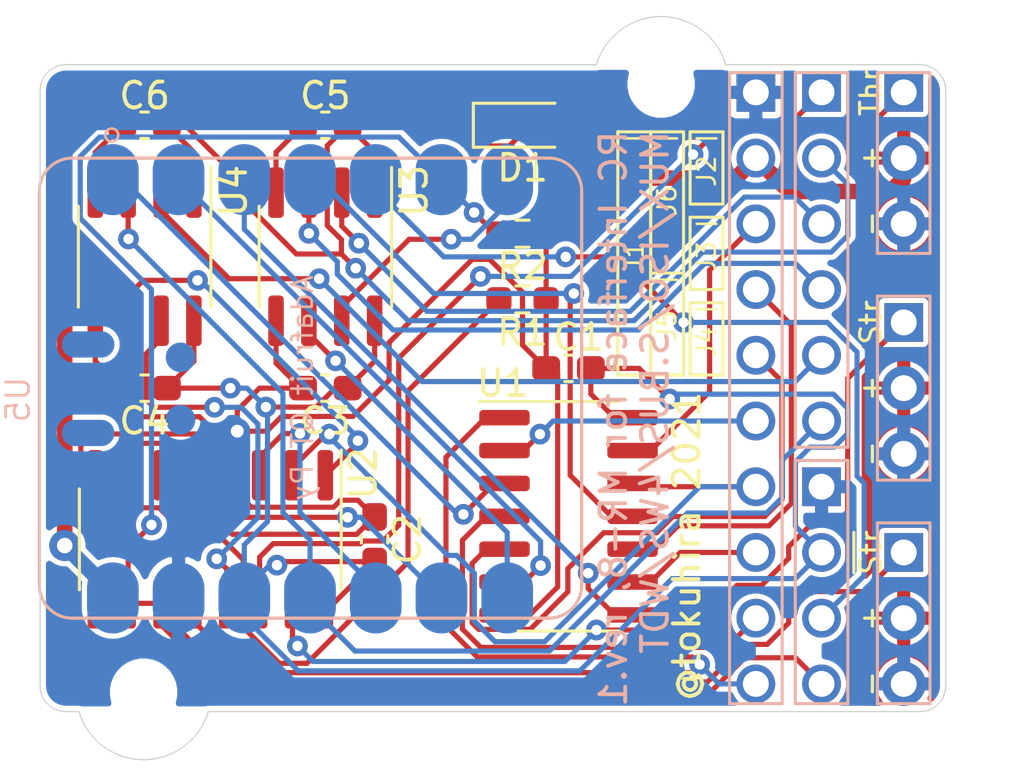
<source format=kicad_pcb>
(kicad_pcb (version 20171130) (host pcbnew "(5.1.10)-1")
  (title_block (title "RC Interface for MR-8") (date 2021-10-05) (rev 1) (company @tokuhira))
  (layers (0 F.Cu signal) (31 B.Cu signal) (34 B.Paste user) (35 F.Paste user) (36 B.SilkS user) (37 F.SilkS user) (38 B.Mask user) (39 F.Mask user) (44 Edge.Cuts user))
  (net 0 "")
  (net 1 +5V)
  (net 2 GND)
  (net 3 +3V3)
  (net 4 /PWM_STR_EXT)
  (net 5 /PWM_STR_EXT_INV)
  (net 6 /PWM_STR_INT_INV)
  (net 7 /CON_EXT)
  (net 8 /PWM_D+H)
  (net 9 /PWM_C+G)
  (net 10 /PWM_B+F)
  (net 11 /PWM_A+E)
  (net 12 +V_VEH)
  (net 13 /PWM_F)
  (net 14 /PWM_B)
  (net 15 /PWM_E)
  (net 16 /PWM_A)
  (net 17 /PWM_H)
  (net 18 /PWM_D)
  (net 19 /PWM_G)
  (net 20 /PWM_C)
  (net 21 /PWM_STR_VEH)
  (net 22 /PWM_THR_VEH)
  (net 23 /PWM_STR_VEH_INV)
  (net 24 /PWM_THR)
  (net 25 /PWM_STR)
  (net 26 /S.BUS_OUT)
  (net 27 /COM_IN)
  (net 28 GND_EXT)
  (net 29 /COM_IN_EXT)
  (net 30 /S.BUS_OUT_EXT)
  (net 31 +V_EXT)
  (net 32 /PWM_THR_EXT)
  (net 33 "Net-(U5-Pad15)")
  (net 34 "Net-(U5-Pad16)")
  (net 35 "Net-(U5-Pad17)")
  (net 36 "Net-(U5-Pad18)")
  (net 37 /CON_LOST)
  (net 38 "Net-(R1-Pad2)")
  (module mr8-iso-mux-sbus-4ws:AdafruitQTPy-MOUDLE14P-2.54-21X17.8MM (layer B.Cu) (at 124.079 80.01 270)
    (fp_text reference U5 (at 9.3345 21.7805 270) (layer B.SilkS) (effects (font (size 0.889 0.889) (thickness 0.1016)) (justify mirror)))
    (fp_text value "Adafruit QT Py" (at 8.89 10.795 270) (layer B.SilkS) (effects (font (size 0.8 0.8) (thickness 0.1)) (justify mirror)))
    (pad 14 smd oval (at 16.99768 18.11782 270) (size 2.74828 1.99898) (layers B.Cu B.Paste B.Mask) (net 1 +5V))
    (pad 13 smd oval (at 16.99768 15.57782 270) (size 2.74828 1.99898) (layers B.Cu B.Paste B.Mask) (net 2 GND))
    (pad 12 smd oval (at 16.99768 13.03782 270) (size 2.74828 1.99898) (layers B.Cu B.Paste B.Mask) (net 3 +3V3))
    (pad 11 smd oval (at 16.99768 10.49782 270) (size 2.74828 1.99898) (layers B.Cu B.Paste B.Mask) (net 4 /PWM_STR_EXT))
    (pad 10 smd oval (at 16.99768 7.95782 270) (size 2.74828 1.99898) (layers B.Cu B.Paste B.Mask) (net 5 /PWM_STR_EXT_INV))
    (pad 9 smd oval (at 16.99768 5.41782 270) (size 2.74828 1.99898) (layers B.Cu B.Paste B.Mask) (net 6 /PWM_STR_INT_INV))
    (pad 8 smd oval (at 16.99768 2.87782 270) (size 2.74828 1.99898) (layers B.Cu B.Paste B.Mask) (net 27 /COM_IN))
    (pad 7 smd oval (at 0.83312 2.87782 270) (size 2.74828 1.99898) (layers B.Cu B.Paste B.Mask) (net 26 /S.BUS_OUT))
    (pad 6 smd oval (at 0.83312 5.41782 270) (size 2.74828 1.99898) (layers B.Cu B.Paste B.Mask) (net 7 /CON_EXT))
    (pad 5 smd oval (at 0.83312 7.95782 270) (size 2.74828 1.99898) (layers B.Cu B.Paste B.Mask) (net 37 /CON_LOST))
    (pad 4 smd oval (at 0.83312 10.49782 270) (size 2.74828 1.99898) (layers B.Cu B.Paste B.Mask) (net 8 /PWM_D+H))
    (pad 3 smd oval (at 0.83312 13.03782 270) (size 2.74828 1.99898) (layers B.Cu B.Paste B.Mask) (net 9 /PWM_C+G))
    (pad 2 smd oval (at 0.83312 15.57782 270) (size 2.74828 1.99898) (layers B.Cu B.Paste B.Mask) (net 10 /PWM_B+F))
    (pad 1 smd oval (at 0.83312 18.11782 270) (size 2.74828 1.99898) (layers B.Cu B.Paste B.Mask) (net 11 /PWM_A+E))
    (pad 15 smd oval (at 10.621 19.072 180) (size 2.032 1.016) (layers B.Cu B.Paste B.Mask) (net 33 "Net-(U5-Pad15)"))
    (pad 16 smd oval (at 7.202 19.072 180) (size 2.032 1.016) (layers B.Cu B.Paste B.Mask) (net 34 "Net-(U5-Pad16)"))
    (pad 17 smd circle (at 7.698803 15.502187 180) (size 1.143 1.143) (layers B.Cu B.Paste B.Mask) (net 35 "Net-(U5-Pad17)"))
    (pad 18 smd circle (at 10.111803 15.502187 180) (size 1.143 1.143) (layers B.Cu B.Paste B.Mask) (net 36 "Net-(U5-Pad18)"))
  )
  (module Connector_PinHeader_2.54mm:PinHeader_1x03_P2.54mm_Vertical (layer B.Cu) (at 136.525 95.25 180)
    (fp_text reference J4 (at 7.62 8.128 90) (layer F.SilkS) (effects (font (size 0.7 0.7) (thickness 0.1))))
    (fp_text value Conn_01x03)
    (pad 1 thru_hole rect (at 0 0 180) (size 1.5 1.5) (drill 1) (layers *.Cu *.Mask) (net 23 /PWM_STR_VEH_INV))
    (pad 2 thru_hole oval (at 0 -2.54 180) (size 1.7 1.7) (drill 1) (layers *.Cu *.Mask) (net 12 +V_VEH))
    (pad 3 thru_hole oval (at 0 -5.08 180) (size 1.7 1.7) (drill 1) (layers *.Cu *.Mask) (net 2 GND))
  )
  (module Connector_PinHeader_2.54mm:PinHeader_1x03_P2.54mm_Vertical (layer B.Cu) (at 136.525 86.36 180)
    (fp_text reference J3 (at 7.62 2.54 90) (layer F.SilkS) (effects (font (size 0.7 0.7) (thickness 0.1))))
    (fp_text value Conn_01x03)
    (pad 3 thru_hole oval (at 0 -5.08 180) (size 1.7 1.7) (drill 1) (layers *.Cu *.Mask) (net 2 GND))
    (pad 2 thru_hole oval (at 0 -2.54 180) (size 1.7 1.7) (drill 1) (layers *.Cu *.Mask) (net 12 +V_VEH))
    (pad 1 thru_hole rect (at 0 0 180) (size 1.5 1.5) (drill 1) (layers *.Cu *.Mask) (net 21 /PWM_STR_VEH))
  )
  (module Connector_PinHeader_2.54mm:PinHeader_1x03_P2.54mm_Vertical (layer B.Cu) (at 136.525 77.47 180)
    (fp_text reference J2 (at 7.62 -3.048 90) (layer F.SilkS) (effects (font (size 0.7 0.7) (thickness 0.1))))
    (fp_text value Conn_01x03)
    (pad 3 thru_hole oval (at 0 -5.08 180) (size 1.7 1.7) (drill 1) (layers *.Cu *.Mask) (net 2 GND))
    (pad 2 thru_hole oval (at 0 -2.54 180) (size 1.7 1.7) (drill 1) (layers *.Cu *.Mask) (net 12 +V_VEH))
    (pad 1 thru_hole rect (at 0 0 180) (size 1.5 1.5) (drill 1) (layers *.Cu *.Mask) (net 22 /PWM_THR_VEH))
  )
  (module Connector_PinHeader_2.54mm:PinHeader_1x04_P2.54mm_Vertical (layer B.Cu) (at 133.35 92.71 180)
    (fp_text reference J5 (at 5.969 6.223 90) (layer F.SilkS) (effects (font (size 0.7 0.7) (thickness 0.1))))
    (fp_text value Conn_01x04)
    (pad 4 thru_hole oval (at 0 -7.62 180) (size 1.5 1.5) (drill 1) (layers *.Cu *.Mask) (net 7 /CON_EXT))
    (pad 3 thru_hole oval (at 0 -5.08 180) (size 1.5 1.5) (drill 1) (layers *.Cu *.Mask) (net 37 /CON_LOST))
    (pad 2 thru_hole oval (at 0 -2.54 180) (size 1.5 1.5) (drill 1) (layers *.Cu *.Mask) (net 3 +3V3))
    (pad 1 thru_hole rect (at 0 0 180) (size 1.5 1.5) (drill 1) (layers *.Cu *.Mask) (net 2 GND))
  )
  (module Connector_PinHeader_2.54mm:PinHeader_1x06_P2.54mm_Vertical (layer B.Cu) (at 133.35 77.47 180)
    (fp_text reference J6 (at 5.969 -4.191 90) (layer F.SilkS) (effects (font (size 0.7 0.7) (thickness 0.1))))
    (fp_text value Conn_01x06)
    (pad 6 thru_hole oval (at 0 -12.7 180) (size 1.5 1.5) (drill 1) (layers *.Cu *.Mask) (net 4 /PWM_STR_EXT))
    (pad 5 thru_hole oval (at 0 -10.16 180) (size 1.5 1.5) (drill 1) (layers *.Cu *.Mask) (net 32 /PWM_THR_EXT))
    (pad 4 thru_hole oval (at 0 -7.62 180) (size 1.5 1.5) (drill 1) (layers *.Cu *.Mask) (net 29 /COM_IN_EXT))
    (pad 3 thru_hole oval (at 0 -5.08 180) (size 1.5 1.5) (drill 1) (layers *.Cu *.Mask) (net 30 /S.BUS_OUT_EXT))
    (pad 2 thru_hole oval (at 0 -2.54 180) (size 1.5 1.5) (drill 1) (layers *.Cu *.Mask) (net 31 +V_EXT))
    (pad 1 thru_hole rect (at 0 0 180) (size 1.5 1.5) (drill 1) (layers *.Cu *.Mask) (net 28 GND_EXT))
  )
  (module Connector_PinHeader_2.54mm:PinHeader_1x10_P2.54mm_Vertical (layer B.Cu) (at 130.81 77.47 180)
    (fp_text reference J1 (at 4.699 -6.35 90) (layer F.SilkS) (effects (font (size 0.7 0.7) (thickness 0.1))))
    (fp_text value Conn_02x05_Odd_Even)
    (pad 10 thru_hole oval (at 0 -22.86 180) (size 1.5 1.5) (drill 1) (layers *.Cu *.Mask) (net 16 /PWM_A))
    (pad 9 thru_hole oval (at 0 -20.32 180) (size 1.5 1.5) (drill 1) (layers *.Cu *.Mask) (net 14 /PWM_B))
    (pad 8 thru_hole oval (at 0 -17.78 180) (size 1.5 1.5) (drill 1) (layers *.Cu *.Mask) (net 20 /PWM_C))
    (pad 7 thru_hole oval (at 0 -15.24 180) (size 1.5 1.5) (drill 1) (layers *.Cu *.Mask) (net 18 /PWM_D))
    (pad 6 thru_hole oval (at 0 -12.7 180) (size 1.5 1.5) (drill 1) (layers *.Cu *.Mask) (net 15 /PWM_E))
    (pad 5 thru_hole oval (at 0 -10.16 180) (size 1.5 1.5) (drill 1) (layers *.Cu *.Mask) (net 13 /PWM_F))
    (pad 4 thru_hole oval (at 0 -7.62 180) (size 1.5 1.5) (drill 1) (layers *.Cu *.Mask) (net 19 /PWM_G))
    (pad 3 thru_hole oval (at 0 -5.08 180) (size 1.5 1.5) (drill 1) (layers *.Cu *.Mask) (net 17 /PWM_H))
    (pad 2 thru_hole oval (at 0 -2.54 180) (size 1.5 1.5) (drill 1) (layers *.Cu *.Mask) (net 12 +V_VEH))
    (pad 1 thru_hole rect (at 0 0 180) (size 1.5 1.5) (drill 1) (layers *.Cu *.Mask) (net 2 GND))
  )
  (module Diode_SMD:D_SOD-323_HandSoldering (layer F.Cu) (at 121.793 78.74)
    (fp_text reference D1 (at 0 1.651) (layer F.SilkS))
    (fp_text value "NSR0320(1A)")
    (pad 1 smd rect (at -1.25 0) (size 1 1) (layers F.Cu F.Paste F.Mask) (net 1 +5V))
    (pad 2 smd rect (at 1.25 0) (size 1 1) (layers F.Cu F.Paste F.Mask) (net 12 +V_VEH))
  )
  (module MountingHole:MountingHole_2.2mm_M2 (layer F.Cu) (at 127.15 77.15)
    (fp_text reference H2 hide)
    (fp_text value MountingHole)
    (pad 1 np_thru_hole circle (at 0 0) (size 2.2 2.2) (drill 2.2) (layers *.Cu *.Mask))
  )
  (module MountingHole:MountingHole_2.2mm_M2 (layer F.Cu) (at 107.15 100.65 180)
    (fp_text reference H1 hide)
    (fp_text value MountingHole)
    (pad 1 np_thru_hole circle (at 0 0 180) (size 2.2 2.2) (drill 2.2) (layers *.Cu *.Mask))
  )
  (module Capacitor_SMD:C_0603_1608Metric_Pad1.08x0.95mm_HandSolder (layer F.Cu) (at 107.188 78.74 180)
    (fp_text reference C6 (at 0 1.143) (layer F.SilkS))
    (fp_text value 0.1u)
    (pad 2 smd roundrect (at 0.8625 0 180) (size 1.075 0.95) (layers F.Cu F.Paste F.Mask) (net 28 GND_EXT))
    (pad 1 smd roundrect (at -0.8625 0 180) (size 1.075 0.95) (layers F.Cu F.Paste F.Mask) (net 31 +V_EXT))
  )
  (module Capacitor_SMD:C_0603_1608Metric_Pad1.08x0.95mm_HandSolder (layer F.Cu) (at 114.173 78.74 180)
    (fp_text reference C5 (at 0 1.143) (layer F.SilkS))
    (fp_text value 0.1u)
    (pad 2 smd roundrect (at 0.8625 0 180) (size 1.075 0.95) (layers F.Cu F.Paste F.Mask) (net 28 GND_EXT))
    (pad 1 smd roundrect (at -0.8625 0 180) (size 1.075 0.95) (layers F.Cu F.Paste F.Mask) (net 31 +V_EXT))
  )
  (module Package_SO:SOIC-8_3.9x4.9mm_P1.27mm (layer F.Cu) (at 107.188 83.82 270)
    (fp_text reference U4 (at -2.54 -3.429 90) (layer F.SilkS))
    (fp_text value ADuM120N)
    (pad 8 smd roundrect (at 2.475 -1.905 270) (size 1.95 0.6) (layers F.Cu F.Paste F.Mask) (net 3 +3V3))
    (pad 7 smd roundrect (at 2.475 -0.635 270) (size 1.95 0.6) (layers F.Cu F.Paste F.Mask) (net 24 /PWM_THR))
    (pad 6 smd roundrect (at 2.475 0.635 270) (size 1.95 0.6) (layers F.Cu F.Paste F.Mask) (net 25 /PWM_STR))
    (pad 5 smd roundrect (at 2.475 1.905 270) (size 1.95 0.6) (layers F.Cu F.Paste F.Mask) (net 2 GND))
    (pad 4 smd roundrect (at -2.475 1.905 270) (size 1.95 0.6) (layers F.Cu F.Paste F.Mask) (net 28 GND_EXT))
    (pad 3 smd roundrect (at -2.475 0.635 270) (size 1.95 0.6) (layers F.Cu F.Paste F.Mask) (net 4 /PWM_STR_EXT))
    (pad 2 smd roundrect (at -2.475 -0.635 270) (size 1.95 0.6) (layers F.Cu F.Paste F.Mask) (net 32 /PWM_THR_EXT))
    (pad 1 smd roundrect (at -2.475 -1.905 270) (size 1.95 0.6) (layers F.Cu F.Paste F.Mask) (net 31 +V_EXT))
  )
  (module Package_SO:SOIC-8_3.9x4.9mm_P1.27mm (layer F.Cu) (at 114.173 83.82 270)
    (fp_text reference U3 (at -2.54 -3.429 90) (layer F.SilkS))
    (fp_text value ADuM121N)
    (pad 8 smd roundrect (at 2.475 -1.905 270) (size 1.95 0.6) (layers F.Cu F.Paste F.Mask) (net 3 +3V3))
    (pad 7 smd roundrect (at 2.475 -0.635 270) (size 1.95 0.6) (layers F.Cu F.Paste F.Mask) (net 26 /S.BUS_OUT))
    (pad 6 smd roundrect (at 2.475 0.635 270) (size 1.95 0.6) (layers F.Cu F.Paste F.Mask) (net 27 /COM_IN))
    (pad 5 smd roundrect (at 2.475 1.905 270) (size 1.95 0.6) (layers F.Cu F.Paste F.Mask) (net 2 GND))
    (pad 4 smd roundrect (at -2.475 1.905 270) (size 1.95 0.6) (layers F.Cu F.Paste F.Mask) (net 28 GND_EXT))
    (pad 3 smd roundrect (at -2.475 0.635 270) (size 1.95 0.6) (layers F.Cu F.Paste F.Mask) (net 29 /COM_IN_EXT))
    (pad 2 smd roundrect (at -2.475 -0.635 270) (size 1.95 0.6) (layers F.Cu F.Paste F.Mask) (net 30 /S.BUS_OUT_EXT))
    (pad 1 smd roundrect (at -2.475 -1.905 270) (size 1.95 0.6) (layers F.Cu F.Paste F.Mask) (net 31 +V_EXT))
  )
  (module Package_SO:SOIC-14_3.9x8.7mm_P1.27mm (layer F.Cu) (at 123.571 93.853)
    (fp_text reference U1 (at -2.54 -5.1435) (layer F.SilkS))
    (fp_text value 74HC32)
    (pad 14 smd roundrect (at 2.475 -3.81) (size 1.95 0.6) (layers F.Cu F.Paste F.Mask) (net 3 +3V3))
    (pad 13 smd roundrect (at 2.475 -2.54) (size 1.95 0.6) (layers F.Cu F.Paste F.Mask) (net 17 /PWM_H))
    (pad 12 smd roundrect (at 2.475 -1.27) (size 1.95 0.6) (layers F.Cu F.Paste F.Mask) (net 18 /PWM_D))
    (pad 11 smd roundrect (at 2.475 0) (size 1.95 0.6) (layers F.Cu F.Paste F.Mask) (net 8 /PWM_D+H))
    (pad 10 smd roundrect (at 2.475 1.27) (size 1.95 0.6) (layers F.Cu F.Paste F.Mask) (net 19 /PWM_G))
    (pad 9 smd roundrect (at 2.475 2.54) (size 1.95 0.6) (layers F.Cu F.Paste F.Mask) (net 20 /PWM_C))
    (pad 8 smd roundrect (at 2.475 3.81) (size 1.95 0.6) (layers F.Cu F.Paste F.Mask) (net 9 /PWM_C+G))
    (pad 7 smd roundrect (at -2.475 3.81) (size 1.95 0.6) (layers F.Cu F.Paste F.Mask) (net 2 GND))
    (pad 6 smd roundrect (at -2.475 2.54) (size 1.95 0.6) (layers F.Cu F.Paste F.Mask) (net 10 /PWM_B+F))
    (pad 5 smd roundrect (at -2.475 1.27) (size 1.95 0.6) (layers F.Cu F.Paste F.Mask) (net 13 /PWM_F))
    (pad 4 smd roundrect (at -2.475 0) (size 1.95 0.6) (layers F.Cu F.Paste F.Mask) (net 14 /PWM_B))
    (pad 3 smd roundrect (at -2.475 -1.27) (size 1.95 0.6) (layers F.Cu F.Paste F.Mask) (net 11 /PWM_A+E))
    (pad 2 smd roundrect (at -2.475 -2.54) (size 1.95 0.6) (layers F.Cu F.Paste F.Mask) (net 15 /PWM_E))
    (pad 1 smd roundrect (at -2.475 -3.81) (size 1.95 0.6) (layers F.Cu F.Paste F.Mask) (net 16 /PWM_A))
  )
  (module Capacitor_SMD:C_0603_1608Metric_Pad1.08x0.95mm_HandSolder (layer F.Cu) (at 107.188 88.9 180)
    (fp_text reference C4 (at 0 -1.27) (layer F.SilkS))
    (fp_text value 0.1u)
    (pad 2 smd roundrect (at 0.8625 0 180) (size 1.075 0.95) (layers F.Cu F.Paste F.Mask) (net 2 GND))
    (pad 1 smd roundrect (at -0.8625 0 180) (size 1.075 0.95) (layers F.Cu F.Paste F.Mask) (net 3 +3V3))
  )
  (module Capacitor_SMD:C_0603_1608Metric_Pad1.08x0.95mm_HandSolder (layer F.Cu) (at 114.173 88.9 180)
    (fp_text reference C3 (at 0 -1.27) (layer F.SilkS))
    (fp_text value 0.1u)
    (pad 2 smd roundrect (at 0.8625 0 180) (size 1.075 0.95) (layers F.Cu F.Paste F.Mask) (net 2 GND))
    (pad 1 smd roundrect (at -0.8625 0 180) (size 1.075 0.95) (layers F.Cu F.Paste F.Mask) (net 3 +3V3))
  )
  (module Capacitor_SMD:C_0603_1608Metric_Pad1.08x0.95mm_HandSolder (layer F.Cu) (at 116.078 94.742 90)
    (fp_text reference C2 (at 0 1.27 90) (layer F.SilkS))
    (fp_text value 0.1u)
    (pad 1 smd roundrect (at -0.8625 0 90) (size 1.075 0.95) (layers F.Cu F.Paste F.Mask) (net 3 +3V3))
    (pad 2 smd roundrect (at 0.8625 0 90) (size 1.075 0.95) (layers F.Cu F.Paste F.Mask) (net 2 GND))
  )
  (module Capacitor_SMD:C_0603_1608Metric_Pad1.08x0.95mm_HandSolder (layer F.Cu) (at 123.571 88.138 180)
    (fp_text reference C1 (at -0.381 1.2065) (layer F.SilkS))
    (fp_text value 0.1u)
    (pad 2 smd roundrect (at 0.8625 0 180) (size 1.075 0.95) (layers F.Cu F.Paste F.Mask) (net 2 GND))
    (pad 1 smd roundrect (at -0.8625 0 180) (size 1.075 0.95) (layers F.Cu F.Paste F.Mask) (net 3 +3V3))
  )
  (module Resistor_SMD:R_0603_1608Metric_Pad0.98x0.95mm_HandSolder (layer F.Cu) (at 121.793 82.931)
    (fp_text reference R2 (at 0 1.27) (layer F.SilkS))
    (fp_text value 10K)
    (pad 1 smd roundrect (at -0.9125 0) (size 0.975 0.95) (layers F.Cu F.Paste F.Mask) (net 7 /CON_EXT))
    (pad 2 smd roundrect (at 0.9125 0) (size 0.975 0.95) (layers F.Cu F.Paste F.Mask) (net 2 GND))
  )
  (module Resistor_SMD:R_0603_1608Metric_Pad0.98x0.95mm_HandSolder (layer F.Cu) (at 121.793 85.471 180)
    (fp_text reference R1 (at 0 -1.27) (layer F.SilkS))
    (fp_text value 10K)
    (pad 2 smd roundrect (at 0.9125 0 180) (size 0.975 0.95) (layers F.Cu F.Paste F.Mask) (net 38 "Net-(R1-Pad2)"))
    (pad 1 smd roundrect (at -0.9125 0 180) (size 0.975 0.95) (layers F.Cu F.Paste F.Mask) (net 2 GND))
  )
  (module Package_SO:SOIC-16_3.9x9.9mm_P1.27mm (layer F.Cu) (at 109.728 94.742 270)
    (fp_text reference U2 (at -2.54 -5.9055 90) (layer F.SilkS))
    (fp_text value 74HC4053)
    (pad 16 smd roundrect (at 2.475 -4.445 270) (size 1.95 0.6) (layers F.Cu F.Paste F.Mask) (net 3 +3V3))
    (pad 15 smd roundrect (at 2.475 -3.175 270) (size 1.95 0.6) (layers F.Cu F.Paste F.Mask) (net 21 /PWM_STR_VEH))
    (pad 14 smd roundrect (at 2.475 -1.905 270) (size 1.95 0.6) (layers F.Cu F.Paste F.Mask) (net 22 /PWM_THR_VEH))
    (pad 13 smd roundrect (at 2.475 -0.635 270) (size 1.95 0.6) (layers F.Cu F.Paste F.Mask) (net 24 /PWM_THR))
    (pad 12 smd roundrect (at 2.475 0.635 270) (size 1.95 0.6) (layers F.Cu F.Paste F.Mask) (net 16 /PWM_A))
    (pad 11 smd roundrect (at 2.475 1.905 270) (size 1.95 0.6) (layers F.Cu F.Paste F.Mask) (net 7 /CON_EXT))
    (pad 10 smd roundrect (at 2.475 3.175 270) (size 1.95 0.6) (layers F.Cu F.Paste F.Mask) (net 7 /CON_EXT))
    (pad 9 smd roundrect (at 2.475 4.445 270) (size 1.95 0.6) (layers F.Cu F.Paste F.Mask) (net 7 /CON_EXT))
    (pad 8 smd roundrect (at -2.475 4.445 270) (size 1.95 0.6) (layers F.Cu F.Paste F.Mask) (net 2 GND))
    (pad 7 smd roundrect (at -2.475 3.175 270) (size 1.95 0.6) (layers F.Cu F.Paste F.Mask) (net 2 GND))
    (pad 6 smd roundrect (at -2.475 1.905 270) (size 1.95 0.6) (layers F.Cu F.Paste F.Mask) (net 38 "Net-(R1-Pad2)"))
    (pad 5 smd roundrect (at -2.475 0.635 270) (size 1.95 0.6) (layers F.Cu F.Paste F.Mask) (net 6 /PWM_STR_INT_INV))
    (pad 4 smd roundrect (at -2.475 -0.635 270) (size 1.95 0.6) (layers F.Cu F.Paste F.Mask) (net 23 /PWM_STR_VEH_INV))
    (pad 3 smd roundrect (at -2.475 -1.905 270) (size 1.95 0.6) (layers F.Cu F.Paste F.Mask) (net 5 /PWM_STR_EXT_INV))
    (pad 2 smd roundrect (at -2.475 -3.175 270) (size 1.95 0.6) (layers F.Cu F.Paste F.Mask) (net 18 /PWM_D))
    (pad 1 smd roundrect (at -2.475 -4.445 270) (size 1.95 0.6) (layers F.Cu F.Paste F.Mask) (net 25 /PWM_STR))
  )
  (gr_line (start 128.524 85.852) (end 129.286 85.852) (layer F.SilkS) (width 0.1))
  (gr_line (start 127 84.709) (end 127.762 84.709) (layer F.SilkS) (width 0.1))
  (gr_line (start 128.524 82.55) (end 129.286 82.55) (layer F.SilkS) (width 0.1))
  (gr_line (start 128.524 79.248) (end 129.286 79.248) (layer F.SilkS) (width 0.1))
  (gr_line (start 127 79.248) (end 127.762 79.248) (layer F.SilkS) (width 0.1))
  (gr_line (start 125.73 79.248) (end 126.492 79.248) (layer F.SilkS) (width 0.1))
  (gr_text Thr (at 135.255 77.47 90) (layer F.SilkS) (effects (font (size 0.8 0.8) (thickness 0.12))))
  (gr_line (start 135.509 76.708) (end 135.509 83.693) (layer B.SilkS) (width 0.12))
  (gr_line (start 137.541 76.708) (end 135.509 76.708) (layer B.SilkS) (width 0.12))
  (gr_line (start 137.541 83.693) (end 137.541 76.708) (layer B.SilkS) (width 0.12))
  (gr_line (start 135.509 83.693) (end 137.541 83.693) (layer B.SilkS) (width 0.12))
  (gr_line (start 135.509 85.344) (end 135.509 92.456) (layer B.SilkS) (width 0.12))
  (gr_line (start 137.541 85.344) (end 135.509 85.344) (layer B.SilkS) (width 0.12))
  (gr_line (start 137.541 92.456) (end 137.541 85.344) (layer B.SilkS) (width 0.12))
  (gr_line (start 135.509 92.456) (end 137.541 92.456) (layer B.SilkS) (width 0.12))
  (gr_line (start 137.541 94.107) (end 135.509 94.107) (layer B.SilkS) (width 0.12))
  (gr_line (start 137.541 101.092) (end 137.541 94.107) (layer B.SilkS) (width 0.12))
  (gr_line (start 135.509 101.092) (end 137.541 101.092) (layer B.SilkS) (width 0.12))
  (gr_line (start 135.509 94.107) (end 135.509 101.092) (layer B.SilkS) (width 0.12))
  (gr_line (start 134.366 91.694) (end 132.334 91.694) (layer B.SilkS) (width 0.12))
  (gr_line (start 134.366 101.092) (end 134.366 91.694) (layer B.SilkS) (width 0.12))
  (gr_line (start 132.334 101.092) (end 134.366 101.092) (layer B.SilkS) (width 0.12))
  (gr_line (start 132.334 91.694) (end 132.334 101.092) (layer B.SilkS) (width 0.12))
  (gr_line (start 134.366 76.708) (end 132.334 76.708) (layer B.SilkS) (width 0.12))
  (gr_line (start 134.366 91.186) (end 134.366 76.708) (layer B.SilkS) (width 0.12))
  (gr_line (start 132.334 91.186) (end 134.366 91.186) (layer B.SilkS) (width 0.12))
  (gr_line (start 132.334 76.708) (end 132.334 91.186) (layer B.SilkS) (width 0.12))
  (gr_line (start 131.826 76.708) (end 129.794 76.708) (layer B.SilkS) (width 0.12))
  (gr_line (start 131.826 101.092) (end 131.826 76.708) (layer B.SilkS) (width 0.12))
  (gr_line (start 129.794 101.092) (end 131.826 101.092) (layer B.SilkS) (width 0.12))
  (gr_line (start 129.794 76.708) (end 129.794 101.092) (layer B.SilkS) (width 0.12))
  (gr_text ~Str (at 135.255 95.25 90) (layer F.SilkS) (effects (font (size 0.8 0.8) (thickness 0.12))))
  (gr_text Str (at 135.255 86.36 90) (layer F.SilkS) (effects (font (size 0.8 0.8) (thickness 0.12))))
  (gr_text + (at 135.255 97.79 90) (layer F.SilkS) (effects (font (size 0.8 0.8) (thickness 0.12))))
  (gr_text - (at 135.255 100.33 90) (layer F.SilkS) (effects (font (size 0.8 0.8) (thickness 0.12))))
  (gr_text - (at 135.255 91.44 90) (layer F.SilkS) (effects (font (size 0.8 0.8) (thickness 0.12))))
  (gr_text + (at 135.255 88.9 90) (layer F.SilkS) (effects (font (size 0.8 0.8) (thickness 0.12))))
  (gr_text - (at 135.255 82.55 90) (layer F.SilkS) (effects (font (size 0.8 0.8) (thickness 0.12))))
  (gr_text + (at 135.255 80.01 90) (layer F.SilkS) (effects (font (size 0.8 0.8) (thickness 0.12))))
  (gr_line (start 104.15 101.4) (end 104.650001 101.399999) (layer Edge.Cuts) (width 0.05))
  (gr_arc (start 107.15 100.65) (end 104.650001 101.399999) (angle -146.6015115) (layer Edge.Cuts) (width 0.05))
  (gr_line (start 137.15 76.4) (end 129.649999 76.400001) (layer Edge.Cuts) (width 0.05))
  (gr_arc (start 127.15 77.15) (end 129.649999 76.400001) (angle -146.6015115) (layer Edge.Cuts) (width 0.05))
  (gr_text "@tokuhira 2021" (at 128.143 101.092 90) (layer F.SilkS) (effects (font (size 1 1)) (justify left)))
  (gr_text "RC Interface for MR-8, rev.1\nMUX/ISO/S.BUS/4WS/WDT" (at 126.111 78.867 90) (layer B.SilkS) (effects (font (size 1 1)) (justify left mirror)))
  (gr_line (start 126.746 84.455) (end 128.016 84.455) (layer F.SilkS) (width 0.12))
  (gr_line (start 126.746 78.994) (end 125.476 78.994) (layer F.SilkS) (width 0.12))
  (gr_line (start 126.746 88.392) (end 126.746 78.994) (layer F.SilkS) (width 0.12))
  (gr_line (start 125.476 88.392) (end 126.746 88.392) (layer F.SilkS) (width 0.12))
  (gr_line (start 125.476 78.994) (end 125.476 88.392) (layer F.SilkS) (width 0.12))
  (gr_line (start 128.016 78.994) (end 126.746 78.994) (layer F.SilkS) (width 0.12))
  (gr_line (start 128.016 88.392) (end 128.016 78.994) (layer F.SilkS) (width 0.12))
  (gr_line (start 126.746 88.392) (end 128.016 88.392) (layer F.SilkS) (width 0.12))
  (gr_line (start 126.746 78.994) (end 126.746 88.392) (layer F.SilkS) (width 0.12))
  (gr_line (start 128.27 85.598) (end 128.27 88.392) (layer F.SilkS) (width 0.12))
  (gr_line (start 129.54 88.392) (end 129.54 85.598) (layer F.SilkS) (width 0.12))
  (gr_line (start 129.54 85.598) (end 128.27 85.598) (layer F.SilkS) (width 0.12))
  (gr_line (start 128.27 88.392) (end 129.54 88.392) (layer F.SilkS) (width 0.12))
  (gr_line (start 128.27 82.296) (end 128.27 85.09) (layer F.SilkS) (width 0.12))
  (gr_line (start 129.54 85.09) (end 129.54 82.296) (layer F.SilkS) (width 0.12))
  (gr_line (start 129.54 82.296) (end 128.27 82.296) (layer F.SilkS) (width 0.12))
  (gr_line (start 128.27 85.09) (end 129.54 85.09) (layer F.SilkS) (width 0.12))
  (gr_line (start 129.54 78.994) (end 128.27 78.994) (layer F.SilkS) (width 0.12))
  (gr_line (start 129.54 81.788) (end 129.54 78.994) (layer F.SilkS) (width 0.12))
  (gr_line (start 128.27 81.788) (end 129.54 81.788) (layer F.SilkS) (width 0.12))
  (gr_line (start 128.27 78.994) (end 128.27 81.788) (layer F.SilkS) (width 0.12))
  (gr_arc (start 104.15 100.4) (end 103.15 100.4) (angle -90) (layer Edge.Cuts) (width 0.05))
  (gr_arc (start 137.15 100.4) (end 137.15 101.4) (angle -90) (layer Edge.Cuts) (width 0.05))
  (gr_arc (start 137.15 77.4) (end 138.15 77.4) (angle -90) (layer Edge.Cuts) (width 0.05))
  (gr_arc (start 104.15 77.4) (end 104.15 76.4) (angle -90) (layer Edge.Cuts) (width 0.05))
  (gr_line (start 103.15 100.4) (end 103.15 77.4) (layer Edge.Cuts) (width 0.05))
  (gr_line (start 137.15 101.4) (end 109.649999 101.4) (layer Edge.Cuts) (width 0.05))
  (gr_line (start 138.15 77.4) (end 138.15 100.4) (layer Edge.Cuts) (width 0.05))
  (gr_line (start 104.15 76.4) (end 124.650001 76.4) (layer Edge.Cuts) (width 0.05))
  (segment (start 120.543 78.74) (end 120.543 78.448) (width 0.3) (layer F.Cu) (net 1))
  (via (at 104.101897 94.983297) (size 1.2) (drill 0.6) (layers F.Cu B.Cu) (net 1))
  (segment (start 105.96118 97.00768) (end 105.96118 96.84258) (width 0.6) (layer B.Cu) (net 1))
  (segment (start 119.15989 77.35689) (end 106.128112 77.35689) (width 0.6) (layer F.Cu) (net 1))
  (segment (start 105.96118 96.84258) (end 104.101897 94.983297) (width 0.6) (layer B.Cu) (net 1))
  (segment (start 120.543 78.74) (end 119.15989 77.35689) (width 0.6) (layer F.Cu) (net 1))
  (segment (start 106.128112 77.35689) (end 104.101897 79.383105) (width 0.6) (layer F.Cu) (net 1))
  (segment (start 104.101897 79.383105) (end 104.101897 94.983297) (width 0.6) (layer F.Cu) (net 1))
  (segment (start 122.707 85.4725) (end 122.706 85.471) (width 0.2) (layer F.Cu) (net 2))
  (segment (start 122.708 85.474) (end 122.707 85.4725) (width 0.2) (layer F.Cu) (net 2))
  (segment (start 122.707 85.4725) (end 122.7055 85.471) (width 0.2) (layer F.Cu) (net 2))
  (segment (start 122.708 87.9291) (end 122.7085 87.9296) (width 0.2) (layer F.Cu) (net 2))
  (segment (start 106.6935 89.2675) (end 106.693 89.2675) (width 0.2) (layer F.Cu) (net 2))
  (segment (start 105.283 86.295) (end 105.283 87.8575) (width 0.2) (layer F.Cu) (net 2))
  (segment (start 105.283 87.8575) (end 106.326 88.9) (width 0.2) (layer F.Cu) (net 2))
  (segment (start 106.326 88.9) (end 106.6935 89.2675) (width 0.2) (layer F.Cu) (net 2))
  (segment (start 122.706 82.8755) (end 122.7055 82.876) (width 0.2) (layer F.Cu) (net 2))
  (segment (start 122.7055 82.876) (end 122.7055 82.931) (width 0.2) (layer F.Cu) (net 2))
  (segment (start 106.553 92.267) (end 105.283 92.267) (width 0.2) (layer F.Cu) (net 2))
  (segment (start 123.1519 88.373) (end 122.708 87.9291) (width 0.2) (layer F.Cu) (net 2))
  (segment (start 123.1519 96.5821) (end 123.1519 88.373) (width 0.2) (layer F.Cu) (net 2))
  (segment (start 122.071 97.663) (end 123.1519 96.5821) (width 0.2) (layer F.Cu) (net 2))
  (segment (start 121.096 97.663) (end 122.071 97.663) (width 0.2) (layer F.Cu) (net 2))
  (segment (start 113.3105 88.9) (end 113.284 88.9) (width 0.2) (layer F.Cu) (net 2))
  (segment (start 122.7055 82.931) (end 122.7055 83.007998) (width 0.2) (layer F.Cu) (net 2))
  (segment (start 133.35 93.7768) (end 133.35 92.71) (width 0.2) (layer B.Cu) (net 2))
  (segment (start 134.360001 94.786801) (end 133.35 93.7768) (width 0.2) (layer B.Cu) (net 2))
  (segment (start 134.360001 95.734801) (end 134.360001 94.786801) (width 0.2) (layer B.Cu) (net 2))
  (segment (start 133.371602 96.7232) (end 134.360001 95.734801) (width 0.2) (layer B.Cu) (net 2))
  (segment (start 130.3782 96.7232) (end 133.371602 96.7232) (width 0.2) (layer B.Cu) (net 2))
  (segment (start 126.91709 100.18431) (end 130.3782 96.7232) (width 0.2) (layer B.Cu) (net 2))
  (segment (start 110.09031 100.18431) (end 126.91709 100.18431) (width 0.2) (layer B.Cu) (net 2))
  (segment (start 108.50118 98.59518) (end 110.09031 100.18431) (width 0.2) (layer B.Cu) (net 2))
  (segment (start 108.50118 97.00768) (end 108.50118 98.59518) (width 0.2) (layer B.Cu) (net 2))
  (segment (start 122.7055 85.471) (end 122.7055 82.931) (width 0.2) (layer F.Cu) (net 2))
  (segment (start 122.7055 88.135) (end 122.7085 88.138) (width 0.2) (layer F.Cu) (net 2))
  (segment (start 122.7055 85.471) (end 122.7055 88.135) (width 0.2) (layer F.Cu) (net 2))
  (segment (start 113.233732 88.9) (end 113.31 88.9) (width 0.2) (layer F.Cu) (net 2))
  (segment (start 112.268 87.934268) (end 113.233732 88.9) (width 0.2) (layer F.Cu) (net 2))
  (segment (start 112.268 86.295) (end 112.268 87.934268) (width 0.2) (layer F.Cu) (net 2))
  (segment (start 108.50118 97.00768) (end 108.50118 95.46082) (width 0.2) (layer B.Cu) (net 2))
  (segment (start 108.02366 94.9833) (end 108.50118 95.46082) (width 0.2) (layer B.Cu) (net 2))
  (segment (start 106.4768 94.9833) (end 108.02366 94.9833) (width 0.2) (layer B.Cu) (net 2))
  (segment (start 103.684499 92.190999) (end 106.4768 94.9833) (width 0.2) (layer B.Cu) (net 2))
  (segment (start 103.684499 80.45427) (end 103.684499 92.190999) (width 0.2) (layer B.Cu) (net 2))
  (segment (start 105.309869 78.8289) (end 103.684499 80.45427) (width 0.2) (layer B.Cu) (net 2))
  (segment (start 133.663702 78.8289) (end 105.309869 78.8289) (width 0.2) (layer B.Cu) (net 2))
  (segment (start 136.525 81.690198) (end 133.663702 78.8289) (width 0.2) (layer B.Cu) (net 2))
  (segment (start 136.525 82.55) (end 136.525 81.690198) (width 0.2) (layer B.Cu) (net 2))
  (segment (start 108.50118 95.46082) (end 110.769204 93.192796) (width 0.2) (layer B.Cu) (net 2))
  (via (at 110.769204 90.563888) (size 1) (drill 0.5) (layers F.Cu B.Cu) (net 2))
  (segment (start 110.769204 93.192796) (end 110.769204 90.563888) (width 0.2) (layer B.Cu) (net 2))
  (segment (start 111.912212 90.563888) (end 110.769204 90.563888) (width 0.2) (layer F.Cu) (net 2))
  (segment (start 112.483501 89.992599) (end 111.912212 90.563888) (width 0.2) (layer F.Cu) (net 2))
  (segment (start 122.7085 88.138) (end 122.69525 88.138) (width 0.2) (layer F.Cu) (net 2))
  (segment (start 112.655302 89.99502) (end 112.652881 89.992599) (width 0.2) (layer F.Cu) (net 2))
  (segment (start 122.69525 88.138) (end 121.793 87.23575) (width 0.2) (layer F.Cu) (net 2))
  (segment (start 113.965697 89.995021) (end 112.655302 89.99502) (width 0.2) (layer F.Cu) (net 2))
  (segment (start 121.793 87.23575) (end 121.793 85.192414) (width 0.2) (layer F.Cu) (net 2))
  (segment (start 121.793 85.192414) (end 120.522585 83.921999) (width 0.2) (layer F.Cu) (net 2))
  (segment (start 120.522585 83.921999) (end 119.850599 83.921999) (width 0.2) (layer F.Cu) (net 2))
  (segment (start 116.63801 87.134588) (end 116.63801 88.59369) (width 0.2) (layer F.Cu) (net 2))
  (segment (start 116.63801 88.59369) (end 115.239101 89.992599) (width 0.2) (layer F.Cu) (net 2))
  (segment (start 115.239101 89.992599) (end 113.968119 89.992599) (width 0.2) (layer F.Cu) (net 2))
  (segment (start 113.968119 89.992599) (end 113.965697 89.995021) (width 0.2) (layer F.Cu) (net 2))
  (segment (start 119.850599 83.921999) (end 116.63801 87.134588) (width 0.2) (layer F.Cu) (net 2))
  (segment (start 112.652881 89.992599) (end 112.483501 89.992599) (width 0.2) (layer F.Cu) (net 2))
  (segment (start 111.313166 93.50201) (end 110.92301 93.111854) (width 0.2) (layer F.Cu) (net 2))
  (segment (start 106.553 91.292) (end 106.81301 91.03199) (width 0.2) (layer F.Cu) (net 2))
  (segment (start 108.458 91.347156) (end 108.458 93.186844) (width 0.2) (layer F.Cu) (net 2))
  (segment (start 106.81301 91.03199) (end 108.142834 91.03199) (width 0.2) (layer F.Cu) (net 2))
  (segment (start 108.458 93.186844) (end 108.789545 93.518389) (width 0.2) (layer F.Cu) (net 2))
  (segment (start 108.789545 93.518389) (end 109.550413 93.518389) (width 0.2) (layer F.Cu) (net 2))
  (segment (start 109.550413 93.518389) (end 110.579113 94.547089) (width 0.2) (layer F.Cu) (net 2))
  (segment (start 114.713652 94.547089) (end 114.719002 94.552439) (width 0.2) (layer F.Cu) (net 2))
  (segment (start 115.379843 94.552439) (end 116.052782 93.8795) (width 0.2) (layer F.Cu) (net 2))
  (segment (start 116.078 93.8795) (end 115.429988 93.231488) (width 0.2) (layer F.Cu) (net 2))
  (segment (start 110.92301 93.111854) (end 110.92301 90.717694) (width 0.2) (layer F.Cu) (net 2))
  (segment (start 108.142834 91.03199) (end 108.458 91.347156) (width 0.2) (layer F.Cu) (net 2))
  (segment (start 116.052782 93.8795) (end 116.078 93.8795) (width 0.2) (layer F.Cu) (net 2))
  (segment (start 110.579113 94.547089) (end 114.713652 94.547089) (width 0.2) (layer F.Cu) (net 2))
  (segment (start 114.719002 94.552439) (end 115.379843 94.552439) (width 0.2) (layer F.Cu) (net 2))
  (segment (start 114.492834 93.50201) (end 111.313166 93.50201) (width 0.2) (layer F.Cu) (net 2))
  (segment (start 115.429988 93.231488) (end 114.763356 93.231488) (width 0.2) (layer F.Cu) (net 2))
  (segment (start 110.92301 90.717694) (end 110.769204 90.563888) (width 0.2) (layer F.Cu) (net 2))
  (segment (start 106.553 92.267) (end 106.553 91.292) (width 0.2) (layer F.Cu) (net 2))
  (segment (start 114.763356 93.231488) (end 114.492834 93.50201) (width 0.2) (layer F.Cu) (net 2))
  (segment (start 109.867888 90.563888) (end 110.769204 90.563888) (width 0.2) (layer F.Cu) (net 2))
  (segment (start 109.3089 90.0049) (end 109.867888 90.563888) (width 0.2) (layer F.Cu) (net 2))
  (segment (start 106.3255 89.375) (end 106.9554 90.0049) (width 0.2) (layer F.Cu) (net 2))
  (segment (start 106.3255 88.9) (end 106.3255 89.375) (width 0.2) (layer F.Cu) (net 2))
  (segment (start 106.9554 90.0049) (end 109.3089 90.0049) (width 0.2) (layer F.Cu) (net 2))
  (segment (start 111.628342 88.9) (end 113.3105 88.9) (width 0.2) (layer F.Cu) (net 2))
  (segment (start 110.769204 89.759138) (end 111.628342 88.9) (width 0.2) (layer F.Cu) (net 2))
  (segment (start 110.769204 90.563888) (end 110.769204 89.759138) (width 0.2) (layer F.Cu) (net 2))
  (segment (start 115.0355 88.9) (end 115.036 88.9) (width 0.2) (layer F.Cu) (net 3))
  (segment (start 109.093 86.6856) (end 109.093 87.8575) (width 0.2) (layer F.Cu) (net 3))
  (segment (start 109.093 86.295) (end 109.093 86.6856) (width 0.2) (layer F.Cu) (net 3))
  (segment (start 109.093 87.8575) (end 108.0503 88.8998) (width 0.2) (layer F.Cu) (net 3))
  (segment (start 108.0503 88.8998) (end 108.05 88.9) (width 0.2) (layer F.Cu) (net 3))
  (segment (start 108.0505 88.9) (end 108.0503 88.8998) (width 0.2) (layer F.Cu) (net 3))
  (segment (start 116.078 86.295) (end 116.078 87.8575) (width 0.2) (layer F.Cu) (net 3))
  (segment (start 116.078 87.8575) (end 115.036 88.9) (width 0.2) (layer F.Cu) (net 3))
  (segment (start 112.293249 95.7323) (end 112.301979 95.74103) (width 0.2) (layer B.Cu) (net 3))
  (via (at 112.301979 95.74103) (size 0.8) (drill 0.4) (layers F.Cu B.Cu) (net 3))
  (segment (start 125.349 90.043) (end 126.046 90.043) (width 0.2) (layer F.Cu) (net 3))
  (segment (start 124.434 89.128) (end 125.349 90.043) (width 0.2) (layer F.Cu) (net 3))
  (segment (start 124.434 88.138) (end 124.434 89.128) (width 0.2) (layer F.Cu) (net 3))
  (segment (start 124.4335 88.138) (end 124.434 88.138) (width 0.2) (layer F.Cu) (net 3))
  (segment (start 116.078 95.6045) (end 116.078 95.631) (width 0.2) (layer F.Cu) (net 3))
  (segment (start 112.01827 95.74103) (end 112.301979 95.74103) (width 0.2) (layer B.Cu) (net 3))
  (segment (start 111.04118 96.71812) (end 112.01827 95.74103) (width 0.2) (layer B.Cu) (net 3))
  (segment (start 111.04118 97.00768) (end 111.04118 96.71812) (width 0.2) (layer B.Cu) (net 3))
  (segment (start 132.339999 96.260001) (end 133.35 95.25) (width 0.2) (layer B.Cu) (net 3))
  (segment (start 127.577499 96.260001) (end 132.339999 96.260001) (width 0.2) (layer B.Cu) (net 3))
  (segment (start 124.0132 99.8243) (end 127.577499 96.260001) (width 0.2) (layer B.Cu) (net 3))
  (segment (start 113.1212 99.8243) (end 124.0132 99.8243) (width 0.2) (layer B.Cu) (net 3))
  (segment (start 111.04118 97.74428) (end 113.1212 99.8243) (width 0.2) (layer B.Cu) (net 3))
  (segment (start 111.04118 97.00768) (end 111.04118 97.74428) (width 0.2) (layer B.Cu) (net 3))
  (via (at 127.4826 89.3191) (size 0.8) (drill 0.4) (layers F.Cu B.Cu) (net 3))
  (segment (start 124.4335 88.138) (end 126.3015 88.138) (width 0.2) (layer F.Cu) (net 3))
  (segment (start 126.3015 88.138) (end 127.4826 89.3191) (width 0.2) (layer F.Cu) (net 3))
  (segment (start 133.35 95.25) (end 132.339999 94.239999) (width 0.2) (layer B.Cu) (net 3))
  (segment (start 133.807702 89.1329) (end 127.6688 89.1329) (width 0.2) (layer B.Cu) (net 3))
  (segment (start 132.339999 94.239999) (end 132.339999 91.751999) (width 0.2) (layer B.Cu) (net 3))
  (segment (start 133.834801 91.180001) (end 134.360001 90.654801) (width 0.2) (layer B.Cu) (net 3))
  (segment (start 134.360001 90.654801) (end 134.360001 89.685199) (width 0.2) (layer B.Cu) (net 3))
  (segment (start 132.339999 91.751999) (end 132.911997 91.180001) (width 0.2) (layer B.Cu) (net 3))
  (segment (start 132.911997 91.180001) (end 133.834801 91.180001) (width 0.2) (layer B.Cu) (net 3))
  (segment (start 134.360001 89.685199) (end 133.807702 89.1329) (width 0.2) (layer B.Cu) (net 3))
  (segment (start 127.6688 89.1329) (end 127.4826 89.3191) (width 0.2) (layer B.Cu) (net 3))
  (segment (start 114.492 97.217) (end 114.173 97.217) (width 0.2) (layer F.Cu) (net 3))
  (segment (start 116.078 95.631) (end 114.492 97.217) (width 0.2) (layer F.Cu) (net 3))
  (segment (start 111.93819 94.05581) (end 111.93819 89.693954) (width 0.2) (layer B.Cu) (net 3))
  (segment (start 111.04118 97.00768) (end 111.04118 94.95282) (width 0.2) (layer B.Cu) (net 3))
  (segment (start 111.93819 89.693954) (end 111.87469 89.630454) (width 0.2) (layer B.Cu) (net 3))
  (segment (start 111.04118 94.95282) (end 111.93819 94.05581) (width 0.2) (layer B.Cu) (net 3))
  (via (at 111.87469 89.630454) (size 0.8) (drill 0.4) (layers F.Cu B.Cu) (net 3))
  (segment (start 112.804424 89.63501) (end 112.799868 89.630454) (width 0.2) (layer F.Cu) (net 3))
  (segment (start 113.816576 89.63501) (end 112.804424 89.63501) (width 0.2) (layer F.Cu) (net 3))
  (segment (start 114.551586 88.9) (end 113.816576 89.63501) (width 0.2) (layer F.Cu) (net 3))
  (segment (start 112.799868 89.630454) (end 111.87469 89.630454) (width 0.2) (layer F.Cu) (net 3))
  (segment (start 115.0355 88.9) (end 114.551586 88.9) (width 0.2) (layer F.Cu) (net 3))
  (segment (start 112.438509 95.6045) (end 112.301979 95.74103) (width 0.2) (layer F.Cu) (net 3))
  (segment (start 116.078 95.6045) (end 112.438509 95.6045) (width 0.2) (layer F.Cu) (net 3))
  (segment (start 108.0505 88.9) (end 110.502698 88.9) (width 0.2) (layer F.Cu) (net 3))
  (segment (start 111.144238 88.900002) (end 110.5027 88.900002) (width 0.2) (layer B.Cu) (net 3))
  (segment (start 111.87469 89.630454) (end 111.144238 88.900002) (width 0.2) (layer B.Cu) (net 3))
  (segment (start 110.502698 88.9) (end 110.5027 88.900002) (width 0.2) (layer F.Cu) (net 3))
  (via (at 110.5027 88.900002) (size 0.8) (drill 0.4) (layers F.Cu B.Cu) (net 3))
  (segment (start 113.5812 97.0077) (end 113.5812 96.6884) (width 0.2) (layer B.Cu) (net 4))
  (segment (start 113.5812 97.3252) (end 113.5812 96.6884) (width 0.2) (layer B.Cu) (net 4))
  (segment (start 115.3159 99.0599) (end 113.5812 97.3252) (width 0.2) (layer B.Cu) (net 4))
  (segment (start 122.8345 99.0599) (end 115.3159 99.0599) (width 0.2) (layer B.Cu) (net 4))
  (segment (start 128.1684 93.726) (end 122.8345 99.0599) (width 0.2) (layer B.Cu) (net 4))
  (segment (start 131.2291 93.726) (end 128.1684 93.726) (width 0.2) (layer B.Cu) (net 4))
  (segment (start 131.8387 91.6813) (end 131.8387 93.1164) (width 0.2) (layer B.Cu) (net 4))
  (segment (start 131.8387 93.1164) (end 131.2291 93.726) (width 0.2) (layer B.Cu) (net 4))
  (segment (start 133.35 90.17) (end 131.8387 91.6813) (width 0.2) (layer B.Cu) (net 4))
  (segment (start 106.553 83.1215) (end 106.5657 83.1342) (width 0.2) (layer F.Cu) (net 4))
  (segment (start 106.553 81.345) (end 106.553 83.1215) (width 0.2) (layer F.Cu) (net 4))
  (via (at 106.5657 83.1342) (size 0.8) (drill 0.4) (layers F.Cu B.Cu) (net 4))
  (segment (start 112.5347 93.7152) (end 112.5347 89.1032) (width 0.2) (layer B.Cu) (net 4))
  (segment (start 113.5812 96.6884) (end 113.5812 94.7617) (width 0.2) (layer B.Cu) (net 4))
  (segment (start 113.5812 94.7617) (end 112.5347 93.7152) (width 0.2) (layer B.Cu) (net 4))
  (segment (start 112.5347 89.1032) (end 106.5657 83.1342) (width 0.2) (layer B.Cu) (net 4))
  (segment (start 116.12118 97.00768) (end 116.12118 96.219461) (width 0.2) (layer B.Cu) (net 5))
  (via (at 113.1951 90.655021) (size 0.8) (drill 0.4) (layers F.Cu B.Cu) (net 5))
  (segment (start 113.1951 93.70695) (end 113.1951 90.655021) (width 0.2) (layer B.Cu) (net 5))
  (segment (start 116.12118 96.63303) (end 113.1951 93.70695) (width 0.2) (layer B.Cu) (net 5))
  (segment (start 116.12118 97.00768) (end 116.12118 96.63303) (width 0.2) (layer B.Cu) (net 5))
  (segment (start 111.633 91.567) (end 111.633 92.267) (width 0.2) (layer F.Cu) (net 5))
  (segment (start 112.544979 90.655021) (end 111.633 91.567) (width 0.2) (layer F.Cu) (net 5))
  (segment (start 113.1951 90.655021) (end 112.544979 90.655021) (width 0.2) (layer F.Cu) (net 5))
  (segment (start 115.545937 93.892437) (end 115.035804 93.892437) (width 0.2) (layer B.Cu) (net 6))
  (via (at 115.035804 93.892437) (size 0.8) (drill 0.4) (layers F.Cu B.Cu) (net 6))
  (segment (start 109.093 92.551844) (end 110.433593 93.892437) (width 0.2) (layer F.Cu) (net 6))
  (segment (start 109.093 92.267) (end 109.093 92.551844) (width 0.2) (layer F.Cu) (net 6))
  (segment (start 110.433593 93.892437) (end 115.035804 93.892437) (width 0.2) (layer F.Cu) (net 6))
  (segment (start 118.66118 97.00768) (end 115.545937 93.892437) (width 0.2) (layer B.Cu) (net 6))
  (segment (start 105.283 97.217) (end 106.553 97.217) (width 0.2) (layer F.Cu) (net 7))
  (segment (start 106.553 97.217) (end 107.823 97.217) (width 0.2) (layer F.Cu) (net 7))
  (via (at 119.923709 82.112258) (size 0.8) (drill 0.4) (layers F.Cu B.Cu) (net 7))
  (segment (start 118.66118 80.84312) (end 119.923709 82.105649) (width 0.2) (layer B.Cu) (net 7))
  (segment (start 119.923709 82.105649) (end 119.923709 82.112258) (width 0.2) (layer B.Cu) (net 7))
  (segment (start 120.8805 82.931) (end 120.742451 82.931) (width 0.2) (layer F.Cu) (net 7))
  (segment (start 120.742451 82.931) (end 119.923709 82.112258) (width 0.2) (layer F.Cu) (net 7))
  (segment (start 132.3396 99.3196) (end 133.35 100.33) (width 0.2) (layer F.Cu) (net 7))
  (segment (start 130.385334 99.3196) (end 132.3396 99.3196) (width 0.2) (layer F.Cu) (net 7))
  (segment (start 129.089834 100.6151) (end 130.385334 99.3196) (width 0.2) (layer F.Cu) (net 7))
  (segment (start 107.823 98.044) (end 110.3941 100.6151) (width 0.2) (layer F.Cu) (net 7))
  (segment (start 110.3941 100.6151) (end 129.089834 100.6151) (width 0.2) (layer F.Cu) (net 7))
  (segment (start 107.823 97.217) (end 107.823 98.044) (width 0.2) (layer F.Cu) (net 7))
  (segment (start 117.01586 79.1978) (end 105.4501 79.1978) (width 0.2) (layer B.Cu) (net 7))
  (segment (start 105.4501 79.1978) (end 104.70168 79.94622) (width 0.2) (layer B.Cu) (net 7))
  (segment (start 106.553 95.0849) (end 107.4547 94.1832) (width 0.2) (layer F.Cu) (net 7))
  (via (at 107.4547 94.1832) (size 0.8) (drill 0.4) (layers F.Cu B.Cu) (net 7))
  (segment (start 106.553 97.217) (end 106.553 95.0849) (width 0.2) (layer F.Cu) (net 7))
  (segment (start 107.4547 85.09) (end 107.4547 94.1832) (width 0.2) (layer B.Cu) (net 7))
  (segment (start 104.70168 82.33698) (end 107.4547 85.09) (width 0.2) (layer B.Cu) (net 7))
  (segment (start 118.66118 80.84312) (end 117.01586 79.1978) (width 0.2) (layer B.Cu) (net 7))
  (segment (start 104.70168 79.94622) (end 104.70168 82.33698) (width 0.2) (layer B.Cu) (net 7))
  (via (at 123.7742 85.2424) (size 0.8) (drill 0.4) (layers F.Cu B.Cu) (net 8))
  (segment (start 123.6347 85.3819) (end 123.7742 85.2424) (width 0.2) (layer F.Cu) (net 8))
  (segment (start 123.6347 92.2657) (end 123.6347 85.3819) (width 0.2) (layer F.Cu) (net 8))
  (segment (start 125.222 93.853) (end 123.6347 92.2657) (width 0.2) (layer F.Cu) (net 8))
  (segment (start 126.046 93.853) (end 125.222 93.853) (width 0.2) (layer F.Cu) (net 8))
  (segment (start 118.364 85.2424) (end 123.208515 85.2424) (width 0.2) (layer B.Cu) (net 8))
  (segment (start 123.208515 85.2424) (end 123.7742 85.2424) (width 0.2) (layer B.Cu) (net 8))
  (segment (start 113.96472 80.84312) (end 118.364 85.2424) (width 0.2) (layer B.Cu) (net 8))
  (segment (start 113.58118 80.84312) (end 113.96472 80.84312) (width 0.2) (layer B.Cu) (net 8))
  (segment (start 123.933001 95.650101) (end 124.333 96.0501) (width 0.2) (layer B.Cu) (net 9))
  (segment (start 111.0412 82.7583) (end 123.933001 95.650101) (width 0.2) (layer B.Cu) (net 9))
  (segment (start 111.0412 80.8431) (end 111.0412 82.7583) (width 0.2) (layer B.Cu) (net 9))
  (via (at 124.333 96.0501) (size 0.8) (drill 0.4) (layers F.Cu B.Cu) (net 9))
  (segment (start 124.333 96.647) (end 124.333 96.0501) (width 0.2) (layer F.Cu) (net 9))
  (segment (start 125.349 97.663) (end 124.333 96.647) (width 0.2) (layer F.Cu) (net 9))
  (segment (start 126.046 97.663) (end 125.349 97.663) (width 0.2) (layer F.Cu) (net 9))
  (via (at 122.4919 95.756151) (size 0.8) (drill 0.4) (layers F.Cu B.Cu) (net 10))
  (segment (start 121.855051 96.393) (end 122.4919 95.756151) (width 0.2) (layer F.Cu) (net 10))
  (segment (start 121.096 96.393) (end 121.855051 96.393) (width 0.2) (layer F.Cu) (net 10))
  (segment (start 108.51642 80.84312) (end 108.50118 80.84312) (width 0.2) (layer B.Cu) (net 10))
  (segment (start 122.4919 94.8186) (end 108.51642 80.84312) (width 0.2) (layer B.Cu) (net 10))
  (segment (start 122.4919 95.756151) (end 122.4919 94.8186) (width 0.2) (layer B.Cu) (net 10))
  (via (at 119.506984 93.7768) (size 0.8) (drill 0.4) (layers F.Cu B.Cu) (net 11))
  (segment (start 121.096 92.583) (end 120.700784 92.583) (width 0.2) (layer F.Cu) (net 11))
  (segment (start 120.700784 92.583) (end 119.506984 93.7768) (width 0.2) (layer F.Cu) (net 11))
  (segment (start 119.2784 93.7768) (end 119.506984 93.7768) (width 0.2) (layer B.Cu) (net 11))
  (segment (start 106.34472 80.84312) (end 119.2784 93.7768) (width 0.2) (layer B.Cu) (net 11))
  (segment (start 105.96118 80.84312) (end 106.34472 80.84312) (width 0.2) (layer B.Cu) (net 11))
  (segment (start 130.036999 80.783001) (end 130.81 80.01) (width 0.6) (layer F.Cu) (net 12))
  (segment (start 125.086001 80.783001) (end 130.036999 80.783001) (width 0.6) (layer F.Cu) (net 12))
  (segment (start 123.043 78.74) (end 125.086001 80.783001) (width 0.6) (layer F.Cu) (net 12))
  (segment (start 136.009701 81.299999) (end 132.099999 81.299999) (width 0.6) (layer F.Cu) (net 12))
  (segment (start 136.525 80.7847) (end 136.009701 81.299999) (width 0.6) (layer F.Cu) (net 12))
  (segment (start 132.099999 81.299999) (end 130.81 80.01) (width 0.6) (layer F.Cu) (net 12))
  (segment (start 136.525 80.01) (end 136.525 80.7847) (width 0.6) (layer F.Cu) (net 12))
  (segment (start 121.096 95.123) (end 120.396 95.123) (width 0.2) (layer F.Cu) (net 13))
  (segment (start 120.396 95.123) (end 119.8456 95.6734) (width 0.2) (layer F.Cu) (net 13))
  (segment (start 119.8456 95.6734) (end 119.8456 97.967444) (width 0.2) (layer F.Cu) (net 13))
  (segment (start 122.090834 98.22301) (end 123.5456 96.768244) (width 0.2) (layer F.Cu) (net 13))
  (segment (start 127.60131 93.86129) (end 131.153512 93.86129) (width 0.2) (layer F.Cu) (net 13))
  (segment (start 119.8456 97.967444) (end 120.101166 98.22301) (width 0.2) (layer F.Cu) (net 13))
  (segment (start 120.101166 98.22301) (end 122.090834 98.22301) (width 0.2) (layer F.Cu) (net 13))
  (segment (start 131.820001 88.640001) (end 130.81 87.63) (width 0.2) (layer F.Cu) (net 13))
  (segment (start 131.820001 93.194801) (end 131.820001 88.640001) (width 0.2) (layer F.Cu) (net 13))
  (segment (start 123.5456 95.8723) (end 124.9299 94.488) (width 0.2) (layer F.Cu) (net 13))
  (segment (start 124.9299 94.488) (end 126.9746 94.488) (width 0.2) (layer F.Cu) (net 13))
  (segment (start 126.9746 94.488) (end 127.60131 93.86129) (width 0.2) (layer F.Cu) (net 13))
  (segment (start 123.5456 96.768244) (end 123.5456 95.8723) (width 0.2) (layer F.Cu) (net 13))
  (segment (start 131.153512 93.86129) (end 131.820001 93.194801) (width 0.2) (layer F.Cu) (net 13))
  (segment (start 120.1804 98.9203) (end 129.6797 98.9203) (width 0.2) (layer F.Cu) (net 14))
  (segment (start 119.4708 94.7782) (end 119.4708 98.2107) (width 0.2) (layer F.Cu) (net 14))
  (segment (start 119.4708 98.2107) (end 120.1804 98.9203) (width 0.2) (layer F.Cu) (net 14))
  (segment (start 120.396 93.853) (end 119.4708 94.7782) (width 0.2) (layer F.Cu) (net 14))
  (segment (start 129.6797 98.9203) (end 130.81 97.79) (width 0.2) (layer F.Cu) (net 14))
  (segment (start 121.096 93.853) (end 120.396 93.853) (width 0.2) (layer F.Cu) (net 14))
  (segment (start 121.096 91.313) (end 121.793 91.313) (width 0.2) (layer F.Cu) (net 15))
  (via (at 122.4661 90.678) (size 0.8) (drill 0.4) (layers F.Cu B.Cu) (net 15))
  (segment (start 122.9741 90.17) (end 122.4661 90.678) (width 0.2) (layer B.Cu) (net 15))
  (segment (start 130.81 90.17) (end 122.9741 90.17) (width 0.2) (layer B.Cu) (net 15))
  (segment (start 121.8311 91.313) (end 122.4661 90.678) (width 0.2) (layer F.Cu) (net 15))
  (segment (start 121.096 91.313) (end 121.8311 91.313) (width 0.2) (layer F.Cu) (net 15))
  (via (at 128.6383 99.5807) (size 0.8) (drill 0.4) (layers F.Cu B.Cu) (net 16))
  (segment (start 130.81 100.33) (end 129.3876 100.33) (width 0.2) (layer B.Cu) (net 16))
  (segment (start 129.3876 100.33) (end 128.6383 99.5807) (width 0.2) (layer B.Cu) (net 16))
  (segment (start 128.3246 99.8944) (end 128.6383 99.5807) (width 0.2) (layer F.Cu) (net 16))
  (segment (start 111.0704 99.8944) (end 128.3246 99.8944) (width 0.2) (layer F.Cu) (net 16))
  (segment (start 109.093 97.917) (end 111.0704 99.8944) (width 0.2) (layer F.Cu) (net 16))
  (segment (start 109.093 97.217) (end 109.093 97.917) (width 0.2) (layer F.Cu) (net 16))
  (segment (start 128.3462 99.2886) (end 128.6383 99.5807) (width 0.2) (layer F.Cu) (net 16))
  (segment (start 120.03957 99.2886) (end 128.3462 99.2886) (width 0.2) (layer F.Cu) (net 16))
  (segment (start 118.8339 98.08293) (end 120.03957 99.2886) (width 0.2) (layer F.Cu) (net 16))
  (segment (start 120.3618 90.043) (end 118.8339 91.5709) (width 0.2) (layer F.Cu) (net 16))
  (segment (start 118.8339 91.5709) (end 118.8339 98.08293) (width 0.2) (layer F.Cu) (net 16))
  (segment (start 121.096 90.043) (end 120.3618 90.043) (width 0.2) (layer F.Cu) (net 16))
  (segment (start 126.746 91.313) (end 126.046 91.313) (width 0.2) (layer F.Cu) (net 17))
  (segment (start 129.024 89.035) (end 126.746 91.313) (width 0.2) (layer F.Cu) (net 17))
  (segment (start 129.024 84.336) (end 129.024 89.035) (width 0.2) (layer F.Cu) (net 17))
  (segment (start 130.81 82.55) (end 129.024 84.336) (width 0.2) (layer F.Cu) (net 17))
  (segment (start 126.046 92.583) (end 126.173 92.71) (width 0.2) (layer F.Cu) (net 18))
  (segment (start 126.173 92.71) (end 129.7997 92.71) (width 0.2) (layer F.Cu) (net 18))
  (segment (start 130.81 92.71) (end 129.7997 92.71) (width 0.2) (layer F.Cu) (net 18))
  (via (at 114.3254 90.678) (size 0.8) (drill 0.4) (layers F.Cu B.Cu) (net 18))
  (segment (start 119.2427 95.3643) (end 118.9101 95.3643) (width 0.2) (layer B.Cu) (net 18))
  (segment (start 119.9312 96.0528) (end 119.2427 95.3643) (width 0.2) (layer B.Cu) (net 18))
  (segment (start 119.9312 97.9025) (end 119.9312 96.0528) (width 0.2) (layer B.Cu) (net 18))
  (segment (start 122.6488 98.6995) (end 120.7282 98.6995) (width 0.2) (layer B.Cu) (net 18))
  (segment (start 114.3254 90.7796) (end 114.3254 90.678) (width 0.2) (layer B.Cu) (net 18))
  (segment (start 118.9101 95.3643) (end 114.3254 90.7796) (width 0.2) (layer B.Cu) (net 18))
  (segment (start 128.6383 92.71) (end 122.6488 98.6995) (width 0.2) (layer B.Cu) (net 18))
  (segment (start 120.7282 98.6995) (end 119.9312 97.9025) (width 0.2) (layer B.Cu) (net 18))
  (segment (start 130.81 92.71) (end 128.6383 92.71) (width 0.2) (layer B.Cu) (net 18))
  (segment (start 114.1984 90.678) (end 114.3254 90.678) (width 0.2) (layer F.Cu) (net 18))
  (segment (start 112.903 91.9734) (end 114.1984 90.678) (width 0.2) (layer F.Cu) (net 18))
  (segment (start 112.903 92.267) (end 112.903 91.9734) (width 0.2) (layer F.Cu) (net 18))
  (segment (start 130.81 85.09) (end 131.826 86.106) (width 0.2) (layer F.Cu) (net 19))
  (segment (start 126.899531 95.123) (end 126.046 95.123) (width 0.2) (layer F.Cu) (net 19))
  (segment (start 131.318 94.2213) (end 127.801231 94.2213) (width 0.2) (layer F.Cu) (net 19))
  (segment (start 127.801231 94.2213) (end 126.899531 95.123) (width 0.2) (layer F.Cu) (net 19))
  (segment (start 132.1816 93.3577) (end 131.318 94.2213) (width 0.2) (layer F.Cu) (net 19))
  (segment (start 132.1816 86.4616) (end 132.1816 93.3577) (width 0.2) (layer F.Cu) (net 19))
  (segment (start 130.81 85.09) (end 132.1816 86.4616) (width 0.2) (layer F.Cu) (net 19))
  (segment (start 127.889 95.25) (end 130.81 95.25) (width 0.2) (layer F.Cu) (net 20))
  (segment (start 126.746 96.393) (end 127.889 95.25) (width 0.2) (layer F.Cu) (net 20))
  (segment (start 126.046 96.393) (end 126.746 96.393) (width 0.2) (layer F.Cu) (net 20))
  (via (at 124.6505 98.2472) (size 0.8) (drill 0.4) (layers F.Cu B.Cu) (net 21))
  (via (at 113.095856 98.864386) (size 0.8) (drill 0.4) (layers F.Cu B.Cu) (net 21))
  (segment (start 112.903 98.67153) (end 113.095856 98.864386) (width 0.2) (layer F.Cu) (net 21))
  (segment (start 112.903 97.217) (end 112.903 98.67153) (width 0.2) (layer F.Cu) (net 21))
  (segment (start 124.6505 98.2472) (end 123.4338 99.4639) (width 0.2) (layer B.Cu) (net 21))
  (segment (start 123.4338 99.4639) (end 113.69537 99.4639) (width 0.2) (layer B.Cu) (net 21))
  (segment (start 113.69537 99.4639) (end 113.095856 98.864386) (width 0.2) (layer B.Cu) (net 21))
  (segment (start 134.360001 93.668001) (end 134.360001 88.524999) (width 0.2) (layer F.Cu) (net 21))
  (segment (start 134.360001 88.524999) (end 136.525 86.36) (width 0.2) (layer F.Cu) (net 21))
  (segment (start 134.048002 93.98) (end 134.360001 93.668001) (width 0.2) (layer F.Cu) (net 21))
  (segment (start 132.08 95.025198) (end 133.125198 93.98) (width 0.2) (layer F.Cu) (net 21))
  (segment (start 131.034802 96.52) (end 132.08 95.474802) (width 0.2) (layer F.Cu) (net 21))
  (segment (start 130.0861 96.52) (end 131.034802 96.52) (width 0.2) (layer F.Cu) (net 21))
  (segment (start 128.3589 98.2472) (end 130.0861 96.52) (width 0.2) (layer F.Cu) (net 21))
  (segment (start 133.125198 93.98) (end 134.048002 93.98) (width 0.2) (layer F.Cu) (net 21))
  (segment (start 132.08 95.474802) (end 132.08 95.025198) (width 0.2) (layer F.Cu) (net 21))
  (segment (start 124.6505 98.2472) (end 128.3589 98.2472) (width 0.2) (layer F.Cu) (net 21))
  (via (at 120.1674 84.582) (size 0.8) (drill 0.4) (layers F.Cu B.Cu) (net 22))
  (via (at 128.384302 79.8703) (size 0.8) (drill 0.4) (layers F.Cu B.Cu) (net 22))
  (segment (start 136.525 77.47) (end 135.0518 78.9432) (width 0.2) (layer F.Cu) (net 22))
  (segment (start 123.672602 84.582) (end 128.384302 79.8703) (width 0.2) (layer B.Cu) (net 22))
  (segment (start 135.0518 78.9432) (end 129.311402 78.9432) (width 0.2) (layer F.Cu) (net 22))
  (segment (start 129.311402 78.9432) (end 128.384302 79.8703) (width 0.2) (layer F.Cu) (net 22))
  (segment (start 120.1674 84.582) (end 123.672602 84.582) (width 0.2) (layer B.Cu) (net 22))
  (segment (start 111.633 95.433207) (end 111.633 97.217) (width 0.2) (layer F.Cu) (net 22))
  (segment (start 114.564531 94.9071) (end 112.159107 94.9071) (width 0.2) (layer F.Cu) (net 22))
  (segment (start 115.501727 94.91245) (end 114.569881 94.91245) (width 0.2) (layer F.Cu) (net 22))
  (segment (start 115.507077 94.9071) (end 115.501727 94.91245) (width 0.2) (layer F.Cu) (net 22))
  (segment (start 115.534314 94.9071) (end 115.507077 94.9071) (width 0.2) (layer F.Cu) (net 22))
  (segment (start 112.159107 94.9071) (end 111.633 95.433207) (width 0.2) (layer F.Cu) (net 22))
  (segment (start 117.008979 94.201621) (end 116.40361 94.80699) (width 0.2) (layer F.Cu) (net 22))
  (segment (start 115.634424 94.80699) (end 115.534314 94.9071) (width 0.2) (layer F.Cu) (net 22))
  (segment (start 116.40361 94.80699) (end 115.634424 94.80699) (width 0.2) (layer F.Cu) (net 22))
  (segment (start 114.569881 94.91245) (end 114.564531 94.9071) (width 0.2) (layer F.Cu) (net 22))
  (segment (start 120.1674 84.582) (end 117.008979 87.740421) (width 0.2) (layer F.Cu) (net 22))
  (segment (start 117.008979 87.740421) (end 117.008979 94.201621) (width 0.2) (layer F.Cu) (net 22))
  (segment (start 104.72299 91.12371) (end 104.72299 93.261834) (width 0.2) (layer F.Cu) (net 23))
  (segment (start 110.5546 100.2548) (end 128.941002 100.2548) (width 0.2) (layer F.Cu) (net 23))
  (segment (start 108.53299 98.23319) (end 110.5546 100.2548) (width 0.2) (layer F.Cu) (net 23))
  (segment (start 110.363 92.267) (end 110.363 91.568132) (width 0.2) (layer F.Cu) (net 23))
  (segment (start 110.363 91.568132) (end 109.466848 90.67198) (width 0.2) (layer F.Cu) (net 23))
  (segment (start 135.0137 96.7613) (end 136.525 95.25) (width 0.2) (layer F.Cu) (net 23))
  (segment (start 132.9022 96.7613) (end 135.0137 96.7613) (width 0.2) (layer F.Cu) (net 23))
  (segment (start 132.08 97.5835) (end 132.9022 96.7613) (width 0.2) (layer F.Cu) (net 23))
  (segment (start 104.984353 93.523197) (end 107.747197 93.523197) (width 0.2) (layer F.Cu) (net 23))
  (segment (start 132.08 97.9731) (end 132.08 97.5835) (width 0.2) (layer F.Cu) (net 23))
  (segment (start 130.393002 98.8028) (end 131.2503 98.8028) (width 0.2) (layer F.Cu) (net 23))
  (segment (start 131.2503 98.8028) (end 132.08 97.9731) (width 0.2) (layer F.Cu) (net 23))
  (segment (start 128.941002 100.2548) (end 130.393002 98.8028) (width 0.2) (layer F.Cu) (net 23))
  (segment (start 104.72299 93.261834) (end 104.984353 93.523197) (width 0.2) (layer F.Cu) (net 23))
  (segment (start 108.53299 94.30899) (end 108.53299 98.23319) (width 0.2) (layer F.Cu) (net 23))
  (segment (start 105.17472 90.67198) (end 104.72299 91.12371) (width 0.2) (layer F.Cu) (net 23))
  (segment (start 107.747197 93.523197) (end 108.53299 94.30899) (width 0.2) (layer F.Cu) (net 23))
  (segment (start 109.466848 90.67198) (end 105.17472 90.67198) (width 0.2) (layer F.Cu) (net 23))
  (via (at 109.97419 95.495674) (size 0.8) (drill 0.4) (layers F.Cu B.Cu) (net 24))
  (segment (start 110.363 97.217) (end 110.363 95.884484) (width 0.2) (layer F.Cu) (net 24))
  (segment (start 110.363 95.884484) (end 109.97419 95.495674) (width 0.2) (layer F.Cu) (net 24))
  (via (at 109.890627 89.639589) (size 0.8) (drill 0.4) (layers F.Cu B.Cu) (net 24))
  (segment (start 110.919723 89.639589) (end 109.890627 89.639589) (width 0.2) (layer B.Cu) (net 24))
  (segment (start 111.567502 90.287368) (end 110.919723 89.639589) (width 0.2) (layer B.Cu) (net 24))
  (segment (start 111.567502 93.902362) (end 111.567502 90.287368) (width 0.2) (layer B.Cu) (net 24))
  (segment (start 109.97419 95.495674) (end 111.567502 93.902362) (width 0.2) (layer B.Cu) (net 24))
  (segment (start 107.549003 89.639589) (end 109.890627 89.639589) (width 0.2) (layer F.Cu) (net 24))
  (segment (start 107.25299 89.343576) (end 107.549003 89.639589) (width 0.2) (layer F.Cu) (net 24))
  (segment (start 107.25299 87.56501) (end 107.25299 89.343576) (width 0.2) (layer F.Cu) (net 24))
  (segment (start 107.823 86.995) (end 107.25299 87.56501) (width 0.2) (layer F.Cu) (net 24))
  (segment (start 107.823 86.295) (end 107.823 86.995) (width 0.2) (layer F.Cu) (net 24))
  (segment (start 107.1386 84.7344) (end 109.2327 84.7344) (width 0.2) (layer F.Cu) (net 25))
  (segment (start 106.553 85.32) (end 107.1386 84.7344) (width 0.2) (layer F.Cu) (net 25))
  (segment (start 106.553 86.295) (end 106.553 85.32) (width 0.2) (layer F.Cu) (net 25))
  (via (at 109.2327 84.7344) (size 0.8) (drill 0.4) (layers F.Cu B.Cu) (net 25))
  (segment (start 115.4303 91.0097) (end 115.4303 90.932) (width 0.2) (layer F.Cu) (net 25))
  (segment (start 114.173 92.267) (end 115.4303 91.0097) (width 0.2) (layer F.Cu) (net 25))
  (via (at 115.4303 90.932) (size 0.8) (drill 0.4) (layers F.Cu B.Cu) (net 25))
  (segment (start 115.4303 90.818796) (end 115.4303 90.932) (width 0.2) (layer B.Cu) (net 25))
  (segment (start 109.345904 84.7344) (end 115.4303 90.818796) (width 0.2) (layer B.Cu) (net 25))
  (segment (start 109.2327 84.7344) (end 109.345904 84.7344) (width 0.2) (layer B.Cu) (net 25))
  (segment (start 114.808 86.295) (end 114.808 85.7384) (width 0.2) (layer F.Cu) (net 26))
  (via (at 119.0371 83.1469) (size 0.8) (drill 0.4) (layers F.Cu B.Cu) (net 26))
  (segment (start 114.808 85.7504) (end 114.808 86.295) (width 0.2) (layer F.Cu) (net 26))
  (segment (start 117.4115 83.1469) (end 114.808 85.7504) (width 0.2) (layer F.Cu) (net 26))
  (segment (start 119.0371 83.1469) (end 117.4115 83.1469) (width 0.2) (layer F.Cu) (net 26))
  (segment (start 119.8245 83.1469) (end 119.0371 83.1469) (width 0.2) (layer B.Cu) (net 26))
  (segment (start 121.20118 81.77022) (end 119.8245 83.1469) (width 0.2) (layer B.Cu) (net 26))
  (segment (start 121.20118 80.84312) (end 121.20118 81.77022) (width 0.2) (layer B.Cu) (net 26))
  (segment (start 114.5685 87.8432) (end 121.2012 94.4759) (width 0.2) (layer B.Cu) (net 27))
  (segment (start 121.2012 94.4759) (end 121.2012 97.0077) (width 0.2) (layer B.Cu) (net 27))
  (segment (start 113.538 86.295) (end 113.538 86.8127) (width 0.2) (layer F.Cu) (net 27))
  (segment (start 113.538 86.8127) (end 114.5685 87.8432) (width 0.2) (layer F.Cu) (net 27))
  (via (at 114.5685 87.8432) (size 0.8) (layers F.Cu B.Cu) (net 27))
  (segment (start 113.31 78.74) (end 113.3105 78.74) (width 0.2) (layer F.Cu) (net 28))
  (segment (start 112.268 79.7825) (end 113.31 78.74) (width 0.2) (layer F.Cu) (net 28))
  (segment (start 112.268 81.345) (end 112.268 79.7825) (width 0.2) (layer F.Cu) (net 28))
  (segment (start 105.283 81.345) (end 105.283 79.7825) (width 0.2) (layer F.Cu) (net 28))
  (segment (start 105.283 79.7825) (end 106.3257 78.7402) (width 0.2) (layer F.Cu) (net 28))
  (segment (start 106.3255 78.74) (end 106.3257 78.7402) (width 0.2) (layer F.Cu) (net 28))
  (segment (start 132.23681 78.58319) (end 133.35 77.47) (width 0.2) (layer F.Cu) (net 28))
  (segment (start 128.532289 79.201611) (end 129.15071 78.58319) (width 0.2) (layer F.Cu) (net 28))
  (segment (start 125.048611 79.201611) (end 128.532289 79.201611) (width 0.2) (layer F.Cu) (net 28))
  (segment (start 123.786999 77.939999) (end 125.048611 79.201611) (width 0.2) (layer F.Cu) (net 28))
  (segment (start 129.15071 78.58319) (end 132.23681 78.58319) (width 0.2) (layer F.Cu) (net 28))
  (segment (start 122.302999 77.939999) (end 123.786999 77.939999) (width 0.2) (layer F.Cu) (net 28))
  (segment (start 121.793 78.449998) (end 122.302999 77.939999) (width 0.2) (layer F.Cu) (net 28))
  (segment (start 121.283001 79.540001) (end 121.793 79.030002) (width 0.2) (layer F.Cu) (net 28))
  (segment (start 121.793 79.030002) (end 121.793 78.449998) (width 0.2) (layer F.Cu) (net 28))
  (segment (start 119.802999 79.540001) (end 121.283001 79.540001) (width 0.2) (layer F.Cu) (net 28))
  (segment (start 118.253698 77.9907) (end 119.802999 79.540001) (width 0.2) (layer F.Cu) (net 28))
  (segment (start 114.0598 77.9907) (end 118.253698 77.9907) (width 0.2) (layer F.Cu) (net 28))
  (segment (start 113.3105 78.74) (end 114.0598 77.9907) (width 0.2) (layer F.Cu) (net 28))
  (segment (start 112.5612 77.9907) (end 113.3105 78.74) (width 0.2) (layer F.Cu) (net 28))
  (segment (start 107.0753 77.9907) (end 112.5612 77.9907) (width 0.2) (layer F.Cu) (net 28))
  (segment (start 106.326 78.74) (end 107.0753 77.9907) (width 0.2) (layer F.Cu) (net 28))
  (segment (start 106.3257 78.7402) (end 106.326 78.74) (width 0.2) (layer F.Cu) (net 28))
  (segment (start 114.6364 84.016702) (end 113.538 82.918302) (width 0.2) (layer B.Cu) (net 29))
  (segment (start 126.2658 86.6521) (end 116.7899 86.6521) (width 0.2) (layer B.Cu) (net 29))
  (segment (start 132.3396 84.0796) (end 128.8383 84.0796) (width 0.2) (layer B.Cu) (net 29))
  (segment (start 133.35 85.09) (end 132.3396 84.0796) (width 0.2) (layer B.Cu) (net 29))
  (segment (start 128.8383 84.0796) (end 126.2658 86.6521) (width 0.2) (layer B.Cu) (net 29))
  (segment (start 113.538 81.345) (end 113.538 82.918302) (width 0.2) (layer F.Cu) (net 29))
  (via (at 113.538 82.918302) (size 0.8) (drill 0.4) (layers F.Cu B.Cu) (net 29))
  (segment (start 116.7899 86.6521) (end 114.6364 84.4986) (width 0.2) (layer B.Cu) (net 29))
  (segment (start 114.6364 84.4986) (end 114.6364 84.016702) (width 0.2) (layer B.Cu) (net 29))
  (via (at 115.4684 83.299302) (size 0.8) (drill 0.4) (layers F.Cu B.Cu) (net 30))
  (segment (start 114.808 82.638902) (end 115.4684 83.299302) (width 0.2) (layer F.Cu) (net 30))
  (segment (start 130.37 81.5168) (end 125.954722 85.932078) (width 0.2) (layer B.Cu) (net 30))
  (segment (start 114.808 81.345) (end 114.808 82.638902) (width 0.2) (layer F.Cu) (net 30))
  (segment (start 133.35 82.55) (end 132.3168 81.5168) (width 0.2) (layer B.Cu) (net 30))
  (segment (start 125.954722 85.932078) (end 118.101176 85.932078) (width 0.2) (layer B.Cu) (net 30))
  (segment (start 132.3168 81.5168) (end 130.37 81.5168) (width 0.2) (layer B.Cu) (net 30))
  (segment (start 118.101176 85.932078) (end 115.4684 83.299302) (width 0.2) (layer B.Cu) (net 30))
  (segment (start 116.078 81.345) (end 116.078 79.7825) (width 0.2) (layer F.Cu) (net 31))
  (segment (start 116.078 79.7825) (end 115.036 78.74) (width 0.2) (layer F.Cu) (net 31))
  (segment (start 115.036 78.74) (end 115.0355 78.74) (width 0.2) (layer F.Cu) (net 31))
  (segment (start 109.093 81.345) (end 109.093 79.7825) (width 0.2) (layer F.Cu) (net 31))
  (segment (start 109.093 79.7825) (end 108.0503 78.7402) (width 0.2) (layer F.Cu) (net 31))
  (segment (start 108.0503 78.7402) (end 108.05 78.74) (width 0.2) (layer F.Cu) (net 31))
  (segment (start 108.0505 78.74) (end 108.0503 78.7402) (width 0.2) (layer F.Cu) (net 31))
  (via (at 115.3462 84.2662) (size 0.8) (layers F.Cu B.Cu) (net 31))
  (segment (start 134.099999 80.759999) (end 133.35 80.01) (width 0.2) (layer B.Cu) (net 31))
  (segment (start 134.3674 81.0274) (end 134.099999 80.759999) (width 0.2) (layer B.Cu) (net 31))
  (segment (start 134.3674 82.9999) (end 134.3674 81.0274) (width 0.2) (layer B.Cu) (net 31))
  (segment (start 115.3462 84.2662) (end 117.372089 86.292089) (width 0.2) (layer B.Cu) (net 31))
  (segment (start 126.103844 86.292088) (end 128.753932 83.642) (width 0.2) (layer B.Cu) (net 31))
  (segment (start 117.372089 86.292089) (end 126.103844 86.292088) (width 0.2) (layer B.Cu) (net 31))
  (segment (start 133.7253 83.642) (end 134.3674 82.9999) (width 0.2) (layer B.Cu) (net 31))
  (segment (start 128.753932 83.642) (end 133.7253 83.642) (width 0.2) (layer B.Cu) (net 31))
  (segment (start 115.0355 78.74) (end 114.24799 79.52751) (width 0.2) (layer F.Cu) (net 31))
  (segment (start 114.7953 83.160696) (end 114.7953 83.7153) (width 0.2) (layer F.Cu) (net 31))
  (segment (start 114.24799 79.52751) (end 114.24799 82.613386) (width 0.2) (layer F.Cu) (net 31))
  (segment (start 114.7953 83.7153) (end 115.3462 84.2662) (width 0.2) (layer F.Cu) (net 31))
  (segment (start 114.24799 82.613386) (end 114.7953 83.160696) (width 0.2) (layer F.Cu) (net 31))
  (segment (start 108.7628 78.74) (end 108.0505 78.74) (width 0.2) (layer F.Cu) (net 31))
  (segment (start 110.744 80.7212) (end 108.7628 78.74) (width 0.2) (layer F.Cu) (net 31))
  (segment (start 110.744 81.407) (end 110.744 80.7212) (width 0.2) (layer F.Cu) (net 31))
  (segment (start 113.0523 83.7153) (end 110.744 81.407) (width 0.2) (layer F.Cu) (net 31))
  (segment (start 114.7953 83.7153) (end 113.0523 83.7153) (width 0.2) (layer F.Cu) (net 31))
  (via (at 113.935796 84.670896) (size 0.8) (drill 0.4) (layers F.Cu B.Cu) (net 32))
  (segment (start 133.35 87.63) (end 132.334 88.646) (width 0.2) (layer B.Cu) (net 32))
  (segment (start 117.9109 88.646) (end 113.935796 84.670896) (width 0.2) (layer B.Cu) (net 32))
  (segment (start 132.334 88.646) (end 117.9109 88.646) (width 0.2) (layer B.Cu) (net 32))
  (segment (start 110.451896 84.670896) (end 113.935796 84.670896) (width 0.2) (layer F.Cu) (net 32))
  (segment (start 107.823 82.042) (end 110.451896 84.670896) (width 0.2) (layer F.Cu) (net 32))
  (segment (start 107.823 81.345) (end 107.823 82.042) (width 0.2) (layer F.Cu) (net 32))
  (via (at 123.4624 83.8266) (size 0.8) (layers F.Cu B.Cu) (net 37))
  (segment (start 116.1212 81.1962) (end 116.1212 80.8431) (width 0.2) (layer B.Cu) (net 37))
  (segment (start 118.7516 83.8266) (end 116.1212 81.1962) (width 0.2) (layer B.Cu) (net 37))
  (segment (start 123.4624 83.8266) (end 118.7516 83.8266) (width 0.2) (layer B.Cu) (net 37))
  (segment (start 125.4826 83.8266) (end 128.016 86.36) (width 0.2) (layer F.Cu) (net 37))
  (via (at 128.016 86.36) (size 0.8) (drill 0.4) (layers F.Cu B.Cu) (net 37))
  (segment (start 123.4624 83.8266) (end 125.4826 83.8266) (width 0.2) (layer F.Cu) (net 37))
  (segment (start 135.001 96.139) (end 133.35 97.79) (width 0.2) (layer B.Cu) (net 37))
  (segment (start 135.001 92.583) (end 135.001 96.139) (width 0.2) (layer B.Cu) (net 37))
  (segment (start 134.720012 92.302012) (end 135.001 92.583) (width 0.2) (layer B.Cu) (net 37))
  (segment (start 134.720012 87.50521) (end 134.720012 92.302012) (width 0.2) (layer B.Cu) (net 37))
  (segment (start 133.574802 86.36) (end 134.720012 87.50521) (width 0.2) (layer B.Cu) (net 37))
  (segment (start 128.016 86.36) (end 133.574802 86.36) (width 0.2) (layer B.Cu) (net 37))
  (segment (start 117.368989 89.006011) (end 120.8805 85.4945) (width 0.2) (layer F.Cu) (net 38))
  (segment (start 117.368989 95.626411) (end 117.368989 89.006011) (width 0.2) (layer F.Cu) (net 38))
  (segment (start 113.4617 99.5337) (end 117.368989 95.626411) (width 0.2) (layer F.Cu) (net 38))
  (segment (start 120.8805 85.4945) (end 120.8805 85.471) (width 0.2) (layer F.Cu) (net 38))
  (segment (start 109.347 93.8784) (end 110.998 95.5294) (width 0.2) (layer F.Cu) (net 38))
  (segment (start 112.394 99.5337) (end 113.4617 99.5337) (width 0.2) (layer F.Cu) (net 38))
  (segment (start 110.998 95.5294) (end 110.998 98.1377) (width 0.2) (layer F.Cu) (net 38))
  (segment (start 110.998 98.1377) (end 112.394 99.5337) (width 0.2) (layer F.Cu) (net 38))
  (segment (start 107.823 93.060975) (end 107.823 92.267) (width 0.2) (layer F.Cu) (net 38))
  (segment (start 108.640424 93.878399) (end 107.823 93.060975) (width 0.2) (layer F.Cu) (net 38))
  (segment (start 109.347 93.8784) (end 108.640424 93.878399) (width 0.2) (layer F.Cu) (net 38))
  (zone (net 0) (net_name "") (layers F&B.Cu) (connect_pads (clearance 0.508)) (min_thickness 0.254)
    (keepout (tracks not_allowed) (vias not_allowed) (copperpour not_allowed))
    (fill (arc_segments 32) (thermal_gap 0.508) (thermal_bridge_width 0.508))
    (polygon (pts (xy 130.15 76.6) (xy 124.15 76.6) (xy 124.15 73.9) (xy 130.15 73.9)))
  )
  (zone (net 0) (net_name "") (layers F&B.Cu) (connect_pads (clearance 0.508)) (min_thickness 0.254)
    (keepout (tracks not_allowed) (vias not_allowed) (copperpour not_allowed))
    (fill (arc_segments 32) (thermal_gap 0.508) (thermal_bridge_width 0.508))
    (polygon (pts (xy 110.15 103.9) (xy 104.15 103.9) (xy 104.15 101.2) (xy 110.15 101.2)))
  )
  (zone (net 12) (net_name +V_VEH) (layer F.Cu) (connect_pads (clearance 0.2)) (min_thickness 0.254) (fill yes (arc_segments 32) (thermal_gap 0.254) (thermal_bridge_width 0.508))
    (polygon (pts (xy 139.15 102.4) (xy 134.9 102.4) (xy 134.9 75.4) (xy 139.15 75.4)))
  )
  (zone (net 2) (net_name GND) (layer B.Cu) (connect_pads (clearance 0.2)) (min_thickness 0.254) (fill yes (arc_segments 32) (thermal_gap 0.254) (thermal_bridge_width 0.508))
    (polygon (pts (xy 138.65 101.9) (xy 133.35 101.9) (xy 133.35 97.79) (xy 130.81 97.79) (xy 130.81 101.9) (xy 102.65 101.9) (xy 102.65 75.9) (xy 138.65 75.9)))
  )
)
</source>
